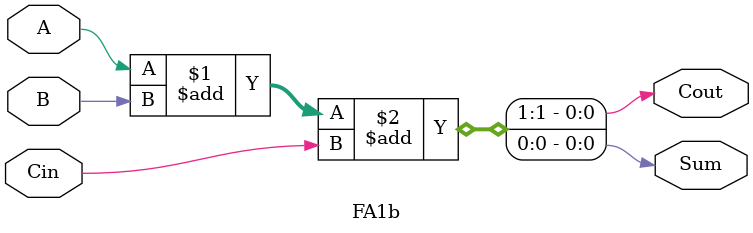
<source format=v>
`timescale 1ns / 1ps
module FA1b(
	input A,
    input B,
    input Cin,
    output Sum,
    output Cout);
    assign {Cout, Sum} = A + B + Cin;
endmodule

</source>
